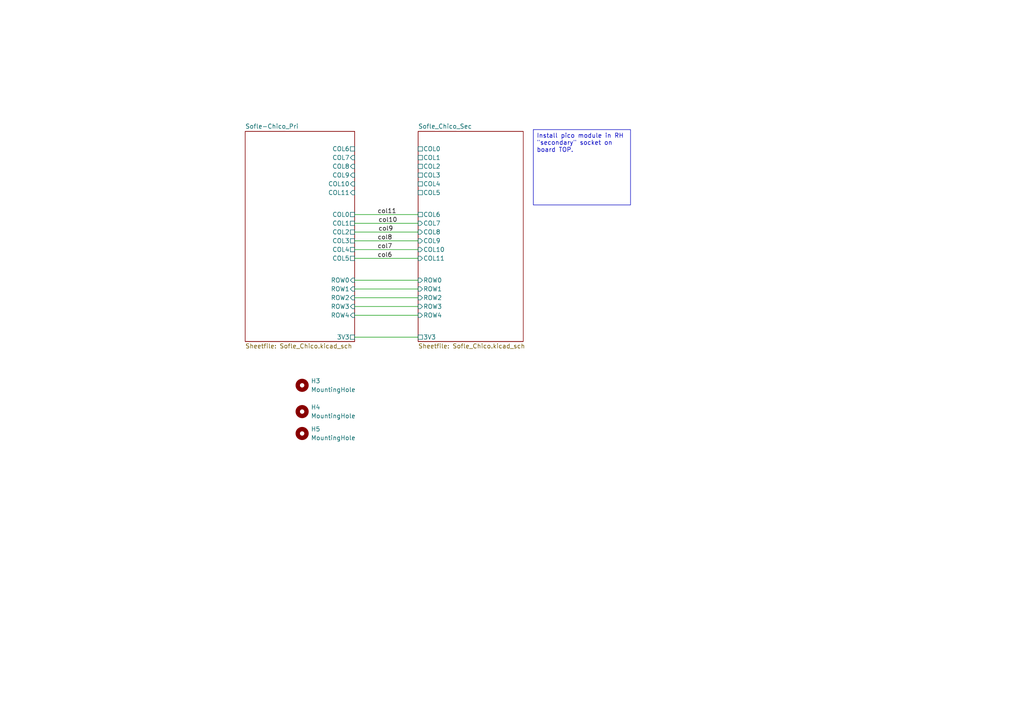
<source format=kicad_sch>
(kicad_sch (version 20230121) (generator eeschema)
  (paper "A4")
  (lib_symbols
    (symbol "Mechanical:MountingHole" (pin_names (offset 1.016))
      (property "Reference" "H" (at 0 5.08 0))
      (property "Value" "MountingHole" (at 0 3.175 0))
      (symbol "MountingHole_0_1"
        (circle (center 0 0) (radius 1.27) (stroke (width 1.27)))
      )
    )
  )
  (wire (pts (xy 102.87 69.85) (xy 121.285 69.85)))
  (wire (pts (xy 102.87 83.82) (xy 121.285 83.82)))
  (wire (pts (xy 102.87 72.39) (xy 121.285 72.39)))
  (wire (pts (xy 102.87 67.31) (xy 121.285 67.31)))
  (wire (pts (xy 102.87 74.93) (xy 121.285 74.93)))
  (wire (pts (xy 102.87 62.23) (xy 121.285 62.23)))
  (wire (pts (xy 102.87 97.79) (xy 121.285 97.79)))
  (wire (pts (xy 102.87 86.36) (xy 121.285 86.36)))
  (wire (pts (xy 102.87 88.9) (xy 121.285 88.9)))
  (wire (pts (xy 102.87 81.28) (xy 121.285 81.28)))
  (wire (pts (xy 102.87 64.77) (xy 121.285 64.77)))
  (wire (pts (xy 102.87 91.44) (xy 121.285 91.44)))
  (text_box "Install pico module in RH \"secondary\" socket on board TOP.  " (at 154.686 37.592 0) (size 28.194 21.844) (effects (font (size 1.27 1.27)) (justify left top)))
  (label "col10" (at 109.728 64.77 0))
  (label "col8" (at 109.474 69.85 0))
  (label "col6" (at 109.474 74.93 0))
  (label "col11" (at 109.474 62.23 0))
  (label "col9" (at 109.728 67.31 0))
  (label "col7" (at 109.474 72.39 0))
  (symbol (lib_id "Mechanical:MountingHole") (at 87.63 111.76 0) (unit 1)
    (property "Reference" "H3" (at 90.17 110.49 0) (effects (justify left)))
    (property "Value" "MountingHole" (at 90.17 113.03 0) (effects (justify left)))
    (property "Footprint" "MountingHole:MountingHole_3.2mm_M3" (effects hide))
  )
  (symbol (lib_id "Mechanical:MountingHole") (at 87.63 119.38 0) (unit 1)
    (property "Reference" "H4" (at 90.17 118.11 0) (effects (justify left)))
    (property "Value" "MountingHole" (at 90.17 120.65 0) (effects (justify left)))
    (property "Footprint" "MountingHole:MountingHole_3.2mm_M3" (effects hide))
  )
  (symbol (lib_id "Mechanical:MountingHole") (at 87.63 125.73 0) (unit 1)
    (property "Reference" "H5" (at 90.17 124.46 0) (effects (justify left)))
    (property "Value" "MountingHole" (at 90.17 127 0) (effects (justify left)))
    (property "Footprint" "MountingHole:MountingHole_3.2mm_M3" (effects hide))
  )
  (sheet (at 71.12 38.1) (size 31.75 60.96) (stroke (width 0.1524))
    (property "Sheetname" "Sofle-Chico_Pri" (at 71.12 37.3884 0) (effects (justify left bottom)))
    (property "Sheetfile" "Sofle_Chico.kicad_sch" (at 71.12 99.6446 0) (show_name) (effects (justify left top)))
    (pin "ROW2" input (at 102.87 86.36 0))
    (pin "ROW3" input (at 102.87 88.9 0))
    (pin "ROW4" input (at 102.87 91.44 0))
    (pin "COL6" passive (at 102.87 43.18 0))
    (pin "COL7" input (at 102.87 45.72 0))
    (pin "COL8" input (at 102.87 48.26 0))
    (pin "ROW1" input (at 102.87 83.82 0))
    (pin "ROW0" input (at 102.87 81.28 0))
    (pin "COL11" input (at 102.87 55.88 0))
    (pin "COL10" input (at 102.87 53.34 0))
    (pin "COL9" input (at 102.87 50.8 0))
    (pin "COL5" passive (at 102.87 74.93 0))
    (pin "COL0" passive (at 102.87 62.23 0))
    (pin "COL1" passive (at 102.87 64.77 0))
    (pin "COL2" passive (at 102.87 67.31 0))
    (pin "COL3" passive (at 102.87 69.85 0))
    (pin "COL4" passive (at 102.87 72.39 0))
    (pin "3V3" passive (at 102.87 97.79 0))
  )
  (sheet (at 121.285 38.1) (size 30.48 60.96) (stroke (width 0.1524))
    (property "Sheetname" "Sofle_Chico_Sec" (at 121.285 37.3884 0) (effects (justify left bottom)))
    (property "Sheetfile" "Sofle_Chico.kicad_sch" (at 121.285 99.6446 0) (show_name) (effects (justify left top)))
    (pin "ROW2" input (at 121.285 86.36 180))
    (pin "ROW3" input (at 121.285 88.9 180))
    (pin "ROW4" input (at 121.285 91.44 180))
    (pin "COL6" passive (at 121.285 62.23 180))
    (pin "COL7" input (at 121.285 64.77 180))
    (pin "COL8" input (at 121.285 67.31 180))
    (pin "ROW1" input (at 121.285 83.82 180))
    (pin "ROW0" input (at 121.285 81.28 180))
    (pin "COL11" input (at 121.285 74.93 180))
    (pin "COL10" input (at 121.285 72.39 180))
    (pin "COL9" input (at 121.285 69.85 180))
    (pin "COL5" passive (at 121.285 55.88 180))
    (pin "COL0" passive (at 121.285 43.18 180))
    (pin "COL1" passive (at 121.285 45.72 180))
    (pin "COL2" passive (at 121.285 48.26 180))
    (pin "COL3" passive (at 121.285 50.8 180))
    (pin "COL4" passive (at 121.285 53.34 180))
    (pin "3V3" passive (at 121.285 97.79 180))
  )
)
</source>
